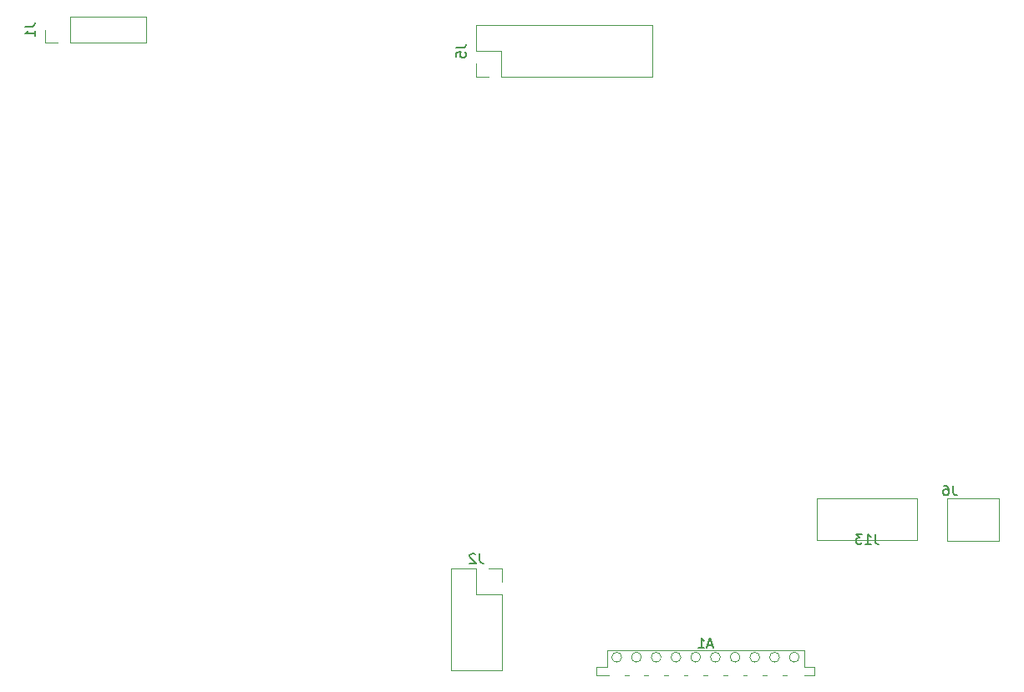
<source format=gbo>
G04 #@! TF.GenerationSoftware,KiCad,Pcbnew,6.0.6-3a73a75311~116~ubuntu20.04.1*
G04 #@! TF.CreationDate,2022-07-28T13:36:28+02:00*
G04 #@! TF.ProjectId,Buddy_shield_extractor,42756464-795f-4736-9869-656c645f6578,rev?*
G04 #@! TF.SameCoordinates,Original*
G04 #@! TF.FileFunction,Legend,Bot*
G04 #@! TF.FilePolarity,Positive*
%FSLAX46Y46*%
G04 Gerber Fmt 4.6, Leading zero omitted, Abs format (unit mm)*
G04 Created by KiCad (PCBNEW 6.0.6-3a73a75311~116~ubuntu20.04.1) date 2022-07-28 13:36:28*
%MOMM*%
%LPD*%
G01*
G04 APERTURE LIST*
%ADD10C,0.150000*%
%ADD11C,0.120000*%
G04 APERTURE END LIST*
D10*
G04 #@! TO.C,J1*
X94982380Y-62026666D02*
X95696666Y-62026666D01*
X95839523Y-61979047D01*
X95934761Y-61883809D01*
X95982380Y-61740952D01*
X95982380Y-61645714D01*
X95982380Y-63026666D02*
X95982380Y-62455238D01*
X95982380Y-62740952D02*
X94982380Y-62740952D01*
X95125238Y-62645714D01*
X95220476Y-62550476D01*
X95268095Y-62455238D01*
G04 #@! TO.C,J2*
X141053333Y-115482380D02*
X141053333Y-116196666D01*
X141100952Y-116339523D01*
X141196190Y-116434761D01*
X141339047Y-116482380D01*
X141434285Y-116482380D01*
X140624761Y-115577619D02*
X140577142Y-115530000D01*
X140481904Y-115482380D01*
X140243809Y-115482380D01*
X140148571Y-115530000D01*
X140100952Y-115577619D01*
X140053333Y-115672857D01*
X140053333Y-115768095D01*
X140100952Y-115910952D01*
X140672380Y-116482380D01*
X140053333Y-116482380D01*
G04 #@! TO.C,J5*
X138672380Y-64186666D02*
X139386666Y-64186666D01*
X139529523Y-64139047D01*
X139624761Y-64043809D01*
X139672380Y-63900952D01*
X139672380Y-63805714D01*
X138672380Y-65139047D02*
X138672380Y-64662857D01*
X139148571Y-64615238D01*
X139100952Y-64662857D01*
X139053333Y-64758095D01*
X139053333Y-64996190D01*
X139100952Y-65091428D01*
X139148571Y-65139047D01*
X139243809Y-65186666D01*
X139481904Y-65186666D01*
X139577142Y-65139047D01*
X139624761Y-65091428D01*
X139672380Y-64996190D01*
X139672380Y-64758095D01*
X139624761Y-64662857D01*
X139577142Y-64615238D01*
G04 #@! TO.C,J13*
X181149523Y-113512380D02*
X181149523Y-114226666D01*
X181197142Y-114369523D01*
X181292380Y-114464761D01*
X181435238Y-114512380D01*
X181530476Y-114512380D01*
X180149523Y-114512380D02*
X180720952Y-114512380D01*
X180435238Y-114512380D02*
X180435238Y-113512380D01*
X180530476Y-113655238D01*
X180625714Y-113750476D01*
X180720952Y-113798095D01*
X179816190Y-113512380D02*
X179197142Y-113512380D01*
X179530476Y-113893333D01*
X179387619Y-113893333D01*
X179292380Y-113940952D01*
X179244761Y-113988571D01*
X179197142Y-114083809D01*
X179197142Y-114321904D01*
X179244761Y-114417142D01*
X179292380Y-114464761D01*
X179387619Y-114512380D01*
X179673333Y-114512380D01*
X179768571Y-114464761D01*
X179816190Y-114417142D01*
G04 #@! TO.C,J6*
X189043333Y-108592380D02*
X189043333Y-109306666D01*
X189090952Y-109449523D01*
X189186190Y-109544761D01*
X189329047Y-109592380D01*
X189424285Y-109592380D01*
X188138571Y-108592380D02*
X188329047Y-108592380D01*
X188424285Y-108640000D01*
X188471904Y-108687619D01*
X188567142Y-108830476D01*
X188614761Y-109020952D01*
X188614761Y-109401904D01*
X188567142Y-109497142D01*
X188519523Y-109544761D01*
X188424285Y-109592380D01*
X188233809Y-109592380D01*
X188138571Y-109544761D01*
X188090952Y-109497142D01*
X188043333Y-109401904D01*
X188043333Y-109163809D01*
X188090952Y-109068571D01*
X188138571Y-109020952D01*
X188233809Y-108973333D01*
X188424285Y-108973333D01*
X188519523Y-109020952D01*
X188567142Y-109068571D01*
X188614761Y-109163809D01*
G04 #@! TO.C,A1*
X164664285Y-124766666D02*
X164188095Y-124766666D01*
X164759523Y-125052380D02*
X164426190Y-124052380D01*
X164092857Y-125052380D01*
X163235714Y-125052380D02*
X163807142Y-125052380D01*
X163521428Y-125052380D02*
X163521428Y-124052380D01*
X163616666Y-124195238D01*
X163711904Y-124290476D01*
X163807142Y-124338095D01*
D11*
G04 #@! TO.C,J1*
X99570000Y-63690000D02*
X107250000Y-63690000D01*
X96970000Y-63690000D02*
X98300000Y-63690000D01*
X99570000Y-61030000D02*
X107250000Y-61030000D01*
X99570000Y-61030000D02*
X99570000Y-63690000D01*
X96970000Y-62360000D02*
X96970000Y-63690000D01*
X107250000Y-61030000D02*
X107250000Y-63690000D01*
G04 #@! TO.C,J2*
X143320000Y-117030000D02*
X141990000Y-117030000D01*
X140720000Y-117030000D02*
X138120000Y-117030000D01*
X143320000Y-127310000D02*
X138120000Y-127310000D01*
X143320000Y-119630000D02*
X140720000Y-119630000D01*
X140720000Y-119630000D02*
X140720000Y-117030000D01*
X143320000Y-119630000D02*
X143320000Y-127310000D01*
X143320000Y-118360000D02*
X143320000Y-117030000D01*
X138120000Y-117030000D02*
X138120000Y-127310000D01*
G04 #@! TO.C,J5*
X140660000Y-65790000D02*
X140660000Y-67120000D01*
X158560000Y-61920000D02*
X158560000Y-67120000D01*
X140660000Y-67120000D02*
X141990000Y-67120000D01*
X140660000Y-64520000D02*
X143260000Y-64520000D01*
X140660000Y-61920000D02*
X158560000Y-61920000D01*
X143260000Y-67120000D02*
X158560000Y-67120000D01*
X143260000Y-64520000D02*
X143260000Y-67120000D01*
X140660000Y-61920000D02*
X140660000Y-64520000D01*
G04 #@! TO.C,J13*
X185420000Y-109860000D02*
X185400000Y-114160000D01*
X175240000Y-114160000D02*
X185400000Y-114160000D01*
X175240000Y-114160000D02*
X175260000Y-109860000D01*
X175260000Y-109860000D02*
X185420000Y-109860000D01*
G04 #@! TO.C,J6*
X193700000Y-109900000D02*
X193680000Y-114200000D01*
X188440000Y-114200000D02*
X188460000Y-109900000D01*
X193700000Y-109900000D02*
X188460000Y-109900000D01*
X193680000Y-114200000D02*
X188440000Y-114200000D01*
G04 #@! TO.C,A1*
X161750000Y-127800000D02*
X162150000Y-127800000D01*
X163750000Y-127800000D02*
X164150000Y-127800000D01*
X165750000Y-127800000D02*
X166150000Y-127800000D01*
X157750000Y-127800000D02*
X158150000Y-127800000D01*
X155750000Y-127800000D02*
X156150000Y-127800000D01*
X153950000Y-127800000D02*
X154150000Y-127800000D01*
X174950000Y-127800000D02*
X173950000Y-127800000D01*
X153950000Y-126400000D02*
X153950000Y-127000000D01*
X152850000Y-127800000D02*
X153950000Y-127800000D01*
X167750000Y-127800000D02*
X168150000Y-127800000D01*
X153950000Y-125300000D02*
X173950000Y-125300000D01*
X153950000Y-126400000D02*
X153950000Y-125300000D01*
X153950000Y-127000000D02*
X152850000Y-127000000D01*
X152850000Y-127000000D02*
X152850000Y-127800000D01*
X173950000Y-125300000D02*
X173950000Y-126400000D01*
X173950000Y-126400000D02*
X173950000Y-127000000D01*
X159750000Y-127800000D02*
X160150000Y-127800000D01*
X173950000Y-127000000D02*
X174950000Y-127000000D01*
X169750000Y-127800000D02*
X170150000Y-127800000D01*
X171750000Y-127800000D02*
X172150000Y-127800000D01*
X174950000Y-127000000D02*
X174950000Y-127800000D01*
X169450000Y-126000000D02*
G75*
G03*
X169450000Y-126000000I-500000J0D01*
G01*
X165450000Y-126000000D02*
G75*
G03*
X165450000Y-126000000I-500000J0D01*
G01*
X159450000Y-126000000D02*
G75*
G03*
X159450000Y-126000000I-500000J0D01*
G01*
X171450000Y-126000000D02*
G75*
G03*
X171450000Y-126000000I-500000J0D01*
G01*
X161450000Y-126000000D02*
G75*
G03*
X161450000Y-126000000I-500000J0D01*
G01*
X157450000Y-126000000D02*
G75*
G03*
X157450000Y-126000000I-500000J0D01*
G01*
X155450000Y-126000000D02*
G75*
G03*
X155450000Y-126000000I-500000J0D01*
G01*
X173450000Y-126000000D02*
G75*
G03*
X173450000Y-126000000I-500000J0D01*
G01*
X163450000Y-126000000D02*
G75*
G03*
X163450000Y-126000000I-500000J0D01*
G01*
X167450000Y-126000000D02*
G75*
G03*
X167450000Y-126000000I-500000J0D01*
G01*
G04 #@! TD*
M02*

</source>
